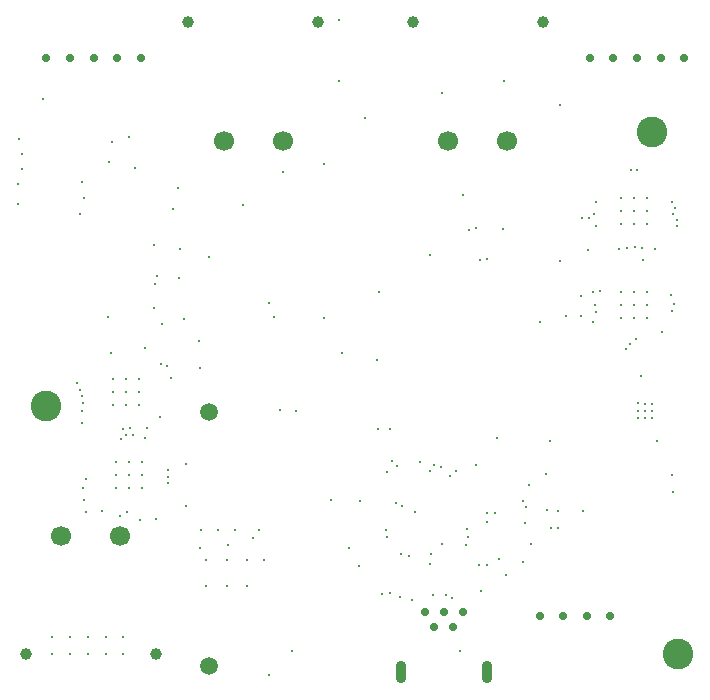
<source format=gbr>
%TF.GenerationSoftware,Altium Limited,Altium Designer,24.7.2 (38)*%
G04 Layer_Color=0*
%FSLAX45Y45*%
%MOMM*%
%TF.SameCoordinates,4E20714E-E0DB-4EF4-9D00-32C5CA98EF25*%
%TF.FilePolarity,Positive*%
%TF.FileFunction,Plated,1,4,PTH,Drill*%
%TF.Part,Single*%
G01*
G75*
%TA.AperFunction,ComponentDrill*%
%ADD129O,0.90000X1.90000*%
%ADD130C,0.70000*%
%ADD131C,1.50000*%
%ADD132C,1.70000*%
%ADD133C,1.00000*%
%TA.AperFunction,ViaDrill,NotFilled*%
%ADD134C,0.20000*%
%ADD135C,0.30000*%
%ADD136C,2.60000*%
D129*
X6580000Y2700000D02*
D03*
X5850000D02*
D03*
D130*
X6055000Y3205000D02*
D03*
X6215000D02*
D03*
X6135000Y3085000D02*
D03*
X6295000D02*
D03*
X6375000Y3205000D02*
D03*
X7650002Y7899999D02*
D03*
X7850002D02*
D03*
X8050002D02*
D03*
X8250001D02*
D03*
X7449998D02*
D03*
X3050002D02*
D03*
X3250001D02*
D03*
X3450001D02*
D03*
X3650000D02*
D03*
X2850002D02*
D03*
X7225000Y3175000D02*
D03*
X7424999D02*
D03*
X7624999D02*
D03*
X7025000D02*
D03*
D131*
X4225000Y2750002D02*
D03*
Y4900000D02*
D03*
D132*
X3474999Y3850000D02*
D03*
X2975000D02*
D03*
X6250000Y7200001D02*
D03*
X6749999D02*
D03*
X4349999D02*
D03*
X4849998D02*
D03*
D133*
X3774999Y2850002D02*
D03*
X2675001D02*
D03*
X5950001Y8199999D02*
D03*
X7049999D02*
D03*
X4050000D02*
D03*
X5150002D02*
D03*
D134*
X5920000Y3685000D02*
D03*
X4732700Y2672700D02*
D03*
X5330000Y8220000D02*
D03*
X2610000Y6660000D02*
D03*
X3500000Y3000000D02*
D03*
X3350000D02*
D03*
X3200000D02*
D03*
X3050000D02*
D03*
X2900000D02*
D03*
X3500000Y2850000D02*
D03*
X3350000D02*
D03*
X3200000D02*
D03*
X3050000D02*
D03*
X2900000D02*
D03*
X6098875Y6231125D02*
D03*
X7800000Y6950000D02*
D03*
X7850000D02*
D03*
X7200001Y7500000D02*
D03*
X8150941Y4225000D02*
D03*
X6490000Y4449999D02*
D03*
X6287737Y3326003D02*
D03*
X6126323Y3352000D02*
D03*
X6347257Y2879695D02*
D03*
X4960000Y4909998D02*
D03*
X4829998Y4920000D02*
D03*
X4509999Y6651099D02*
D03*
X3960002Y6800002D02*
D03*
X3404217Y7186477D02*
D03*
X3599998Y6969999D02*
D03*
X3379998Y7020001D02*
D03*
X3170001Y6716025D02*
D03*
X3137786Y6582025D02*
D03*
X3150000Y6850000D02*
D03*
X8060304Y5580858D02*
D03*
X8161655Y5815254D02*
D03*
X8145912Y5761512D02*
D03*
X8139238Y5889238D02*
D03*
X8149958Y6680088D02*
D03*
X8174645Y6629645D02*
D03*
X8152304Y6577700D02*
D03*
X8184416Y6530000D02*
D03*
Y6474000D02*
D03*
X6721511Y7705103D02*
D03*
X6200000Y7600000D02*
D03*
X5200000Y7000000D02*
D03*
Y5700000D02*
D03*
X5350000Y5400000D02*
D03*
X4300000Y3900000D02*
D03*
X4450000D02*
D03*
X4390173Y3775400D02*
D03*
X4150000Y3750000D02*
D03*
X5815706Y4444999D02*
D03*
X5730001Y4395003D02*
D03*
X7110000Y4660000D02*
D03*
X6666796Y4682499D02*
D03*
X5655000Y4760438D02*
D03*
X5755000D02*
D03*
X5771998Y4486997D02*
D03*
X6015000Y4482500D02*
D03*
X6317500Y4402500D02*
D03*
X6266251Y4363750D02*
D03*
X6189790Y4440498D02*
D03*
X6129850Y4452997D02*
D03*
X6100500Y4405305D02*
D03*
X5847939Y3699998D02*
D03*
X5499999Y3599998D02*
D03*
X5407500Y3747500D02*
D03*
X3687072Y5447502D02*
D03*
X3825001Y5644998D02*
D03*
X4018620Y5688620D02*
D03*
X4142501Y5499999D02*
D03*
X4147147Y5275354D02*
D03*
X4030701Y4459300D02*
D03*
X3880002Y4410998D02*
D03*
Y4354998D02*
D03*
Y4298998D02*
D03*
X3183489Y4337699D02*
D03*
X3162786Y4255869D02*
D03*
X3187500Y4057500D02*
D03*
X3167607Y4155590D02*
D03*
X3531814Y4058666D02*
D03*
X3474999Y4024499D02*
D03*
X3323559Y4066140D02*
D03*
X3645000Y3987500D02*
D03*
X3774999Y4000002D02*
D03*
X4030000Y4109999D02*
D03*
X4162500Y3900000D02*
D03*
X4645701Y3900000D02*
D03*
X4601654Y3831455D02*
D03*
X4692515Y3652339D02*
D03*
X4550016Y3649839D02*
D03*
X4200015D02*
D03*
Y3427339D02*
D03*
X4550016D02*
D03*
X4377119Y3427124D02*
D03*
X4374998Y3650000D02*
D03*
X5259248Y4159245D02*
D03*
X5504998Y4145001D02*
D03*
X5810001Y4135623D02*
D03*
X5860000Y4103802D02*
D03*
X5730001Y3843872D02*
D03*
X5727151Y3899799D02*
D03*
X6649647Y4049647D02*
D03*
X6580002Y4050000D02*
D03*
Y3970000D02*
D03*
X6678402Y3654999D02*
D03*
X6510000Y3606711D02*
D03*
X6414511Y3915491D02*
D03*
X6420002Y3840002D02*
D03*
X5972161Y4051457D02*
D03*
X6400002Y3780003D02*
D03*
X6196360Y3786363D02*
D03*
X6110000Y3700000D02*
D03*
X6099998Y3618000D02*
D03*
X6530000Y3389504D02*
D03*
X6236803Y3355616D02*
D03*
X5694002Y3362938D02*
D03*
X5757500Y3368454D02*
D03*
X5841574Y3339897D02*
D03*
X5943000Y3310349D02*
D03*
X6580002Y3609498D02*
D03*
X6738891Y3525095D02*
D03*
X6881881Y3631880D02*
D03*
X6949999Y3783001D02*
D03*
X7395429Y4065325D02*
D03*
X7180001Y3917001D02*
D03*
X7120208D02*
D03*
X7182561Y4062002D02*
D03*
X7090877Y4070115D02*
D03*
X6910000Y4096115D02*
D03*
X6905732Y3962116D02*
D03*
X6881298Y4145827D02*
D03*
X6939512Y4280488D02*
D03*
X7080001Y4381001D02*
D03*
X8150000Y4370000D02*
D03*
X8020000Y4655002D02*
D03*
X7860000Y4850000D02*
D03*
X7919999Y4849998D02*
D03*
X7979999D02*
D03*
Y4909998D02*
D03*
X7920000Y4910000D02*
D03*
X7860000Y4975000D02*
D03*
X7920000Y4970000D02*
D03*
X7860000Y4909998D02*
D03*
X7980000Y4970000D02*
D03*
X7753566Y5433001D02*
D03*
X7791182Y5479502D02*
D03*
X7844862Y5522124D02*
D03*
X7250843Y5715345D02*
D03*
X7371918Y5713535D02*
D03*
X7032500Y5660000D02*
D03*
X7200000Y6180000D02*
D03*
X7372498Y5885502D02*
D03*
X7476206Y5665087D02*
D03*
X7502328Y5746055D02*
D03*
X7494498Y5811322D02*
D03*
X7536099Y5930498D02*
D03*
X7480502Y5916158D02*
D03*
X7903052Y6185550D02*
D03*
X7999999Y6279998D02*
D03*
X7892000Y6288002D02*
D03*
X7831444Y6297113D02*
D03*
X7767504Y6288002D02*
D03*
X7700502Y6279998D02*
D03*
X7434499Y6271941D02*
D03*
X7446014Y6541270D02*
D03*
X7488715Y6577500D02*
D03*
X7501000Y6477500D02*
D03*
X7504844Y6683136D02*
D03*
X7381893Y6545362D02*
D03*
X6379500Y6740500D02*
D03*
X6424452Y6444452D02*
D03*
X6714520Y6454521D02*
D03*
X6490000Y6462500D02*
D03*
X6578584Y6193925D02*
D03*
X6522829Y6188692D02*
D03*
X5665998Y5915294D02*
D03*
X5649499Y5340502D02*
D03*
X4778469Y5703534D02*
D03*
X4730501Y5825002D02*
D03*
X4851946Y6933055D02*
D03*
X5324943Y7700499D02*
D03*
X2823748Y7553752D02*
D03*
X2610002Y6829999D02*
D03*
X2638999Y6960058D02*
D03*
Y7082500D02*
D03*
X2618196Y7210999D02*
D03*
X3547500Y7227500D02*
D03*
X3764047Y6318535D02*
D03*
X3920000Y6625000D02*
D03*
X4223639Y6213638D02*
D03*
X3968323Y6038322D02*
D03*
X3984097Y6280196D02*
D03*
X3782998Y6050001D02*
D03*
X3773221Y5985146D02*
D03*
X3762888Y5786613D02*
D03*
X3370355Y5709647D02*
D03*
X3397500Y5400000D02*
D03*
X3870884Y5289118D02*
D03*
X3819078Y5310382D02*
D03*
X3900604Y5190106D02*
D03*
X3815568Y4856668D02*
D03*
X3700115Y4766875D02*
D03*
X3682480Y4684881D02*
D03*
X3525002Y4708000D02*
D03*
X3581002D02*
D03*
X3478985Y4671883D02*
D03*
X3501040Y4760441D02*
D03*
X3558764Y4763844D02*
D03*
X3153020Y4805520D02*
D03*
Y4911132D02*
D03*
X3158092Y4980241D02*
D03*
X3151178Y5035812D02*
D03*
X3136024Y5089723D02*
D03*
X3110000Y5145000D02*
D03*
X7879999Y5210002D02*
D03*
X4929998Y2879999D02*
D03*
X5550002Y7389998D02*
D03*
D135*
X3415000Y5185000D02*
D03*
X3525000D02*
D03*
X3635000D02*
D03*
X3415000Y5075000D02*
D03*
X3525000D02*
D03*
X3635000D02*
D03*
X3415000Y4965000D02*
D03*
X3525000D02*
D03*
X3635000D02*
D03*
X3660000Y4255000D02*
D03*
X3550000D02*
D03*
X3440000D02*
D03*
X3660000Y4365000D02*
D03*
X3550000D02*
D03*
X3440000D02*
D03*
X3660000Y4475000D02*
D03*
X3550000D02*
D03*
X3440000D02*
D03*
X7715000Y6715000D02*
D03*
X7825000D02*
D03*
X7935000D02*
D03*
X7715000Y6605000D02*
D03*
X7825000D02*
D03*
X7935000D02*
D03*
X7715000Y6495000D02*
D03*
X7825000D02*
D03*
X7935000D02*
D03*
X7935000Y5695000D02*
D03*
X7825000D02*
D03*
X7715000D02*
D03*
X7935000Y5805000D02*
D03*
X7825000D02*
D03*
X7715000D02*
D03*
X7935000Y5915000D02*
D03*
X7825000D02*
D03*
X7715000D02*
D03*
D136*
X2850002Y4949998D02*
D03*
X8199999Y2850002D02*
D03*
X7975001Y7275002D02*
D03*
%TF.MD5,5b81553f907cb53ea303641ec8876d8c*%
M02*

</source>
